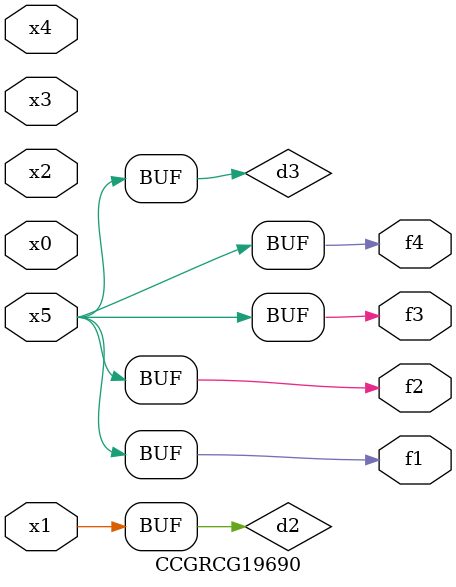
<source format=v>
module CCGRCG19690(
	input x0, x1, x2, x3, x4, x5,
	output f1, f2, f3, f4
);

	wire d1, d2, d3;

	not (d1, x5);
	or (d2, x1);
	xnor (d3, d1);
	assign f1 = d3;
	assign f2 = d3;
	assign f3 = d3;
	assign f4 = d3;
endmodule

</source>
